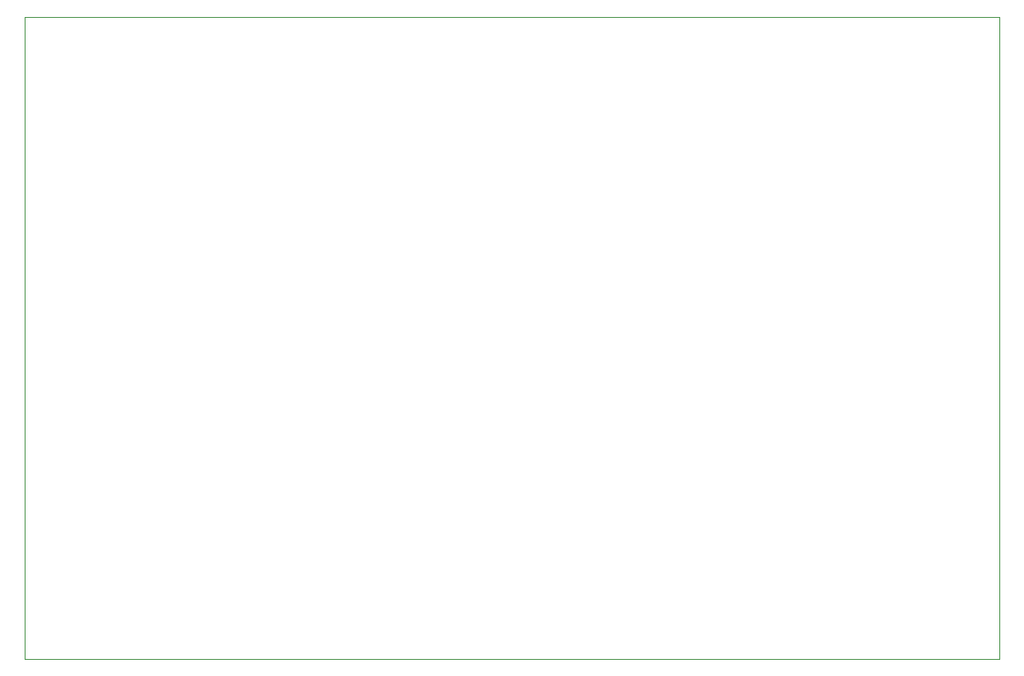
<source format=gbr>
G04 #@! TF.FileFunction,Profile,NP*
%FSLAX46Y46*%
G04 Gerber Fmt 4.6, Leading zero omitted, Abs format (unit mm)*
G04 Created by KiCad (PCBNEW 4.0.6) date Fri Sep  8 15:32:28 2017*
%MOMM*%
%LPD*%
G01*
G04 APERTURE LIST*
%ADD10C,0.100000*%
G04 APERTURE END LIST*
D10*
X40000000Y-35000000D02*
X40000000Y-99000000D01*
X40000000Y-99000000D02*
X137000000Y-99000000D01*
X137000000Y-35000000D02*
X137000000Y-99000000D01*
X40000000Y-35000000D02*
X137000000Y-35000000D01*
M02*

</source>
